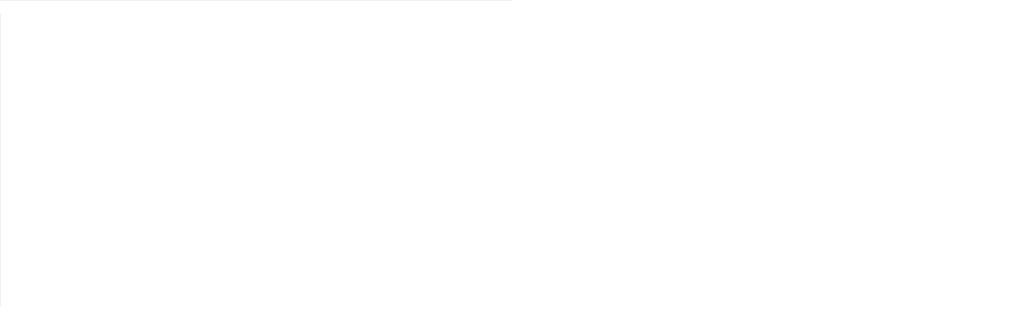
<source format=kicad_pcb>
(kicad_pcb (version 20171130) (host pcbnew "(5.1.4)-1")

  (general
    (thickness 1.6)
    (drawings 555)
    (tracks 0)
    (zones 0)
    (modules 0)
    (nets 1)
  )

  (page A2)
  (layers
    (0 F.Cu signal hide)
    (31 B.Cu signal hide)
    (32 B.Adhes user hide)
    (33 F.Adhes user hide)
    (34 B.Paste user)
    (35 F.Paste user hide)
    (36 B.SilkS user hide)
    (37 F.SilkS user hide)
    (38 B.Mask user hide)
    (39 F.Mask user hide)
    (40 Dwgs.User user hide)
    (41 Cmts.User user hide)
    (42 Eco1.User user hide)
    (43 Eco2.User user hide)
    (44 Edge.Cuts user)
    (45 Margin user hide)
    (46 B.CrtYd user hide)
    (47 F.CrtYd user)
    (48 B.Fab user hide)
    (49 F.Fab user hide)
  )

  (setup
    (last_trace_width 0.25)
    (trace_clearance 0.2)
    (zone_clearance 0.508)
    (zone_45_only no)
    (trace_min 0.2)
    (via_size 0.8)
    (via_drill 0.4)
    (via_min_size 0.4)
    (via_min_drill 0.3)
    (uvia_size 0.3)
    (uvia_drill 0.1)
    (uvias_allowed no)
    (uvia_min_size 0.2)
    (uvia_min_drill 0.1)
    (edge_width 0.1)
    (segment_width 0.2)
    (pcb_text_width 0.3)
    (pcb_text_size 1.5 1.5)
    (mod_edge_width 0.15)
    (mod_text_size 1 1)
    (mod_text_width 0.15)
    (pad_size 1.5 1.5)
    (pad_drill 0.6)
    (pad_to_mask_clearance 0)
    (aux_axis_origin 0 0)
    (visible_elements 7FFFFFFF)
    (pcbplotparams
      (layerselection 0x01000_7ffffffe)
      (usegerberextensions false)
      (usegerberattributes false)
      (usegerberadvancedattributes false)
      (creategerberjobfile false)
      (excludeedgelayer true)
      (linewidth 0.100000)
      (plotframeref false)
      (viasonmask false)
      (mode 1)
      (useauxorigin false)
      (hpglpennumber 1)
      (hpglpenspeed 20)
      (hpglpendiameter 15.000000)
      (psnegative false)
      (psa4output false)
      (plotreference true)
      (plotvalue true)
      (plotinvisibletext false)
      (padsonsilk false)
      (subtractmaskfromsilk false)
      (outputformat 4)
      (mirror false)
      (drillshape 0)
      (scaleselection 1)
      (outputdirectory "C:/Users/Ding/Documents/Keyboard/Plate/"))
  )

  (net 0 "")

  (net_class Default "This is the default net class."
    (clearance 0.2)
    (trace_width 0.25)
    (via_dia 0.8)
    (via_drill 0.4)
    (uvia_dia 0.3)
    (uvia_drill 0.1)
  )

  (gr_line (start 317.2164 116.60248) (end 317.02336 116.84886) (layer F.CrtYd) (width 0.1))
  (gr_line (start 315.51206 23.15588) (end 315.79654 23.28542) (layer F.CrtYd) (width 0.1))
  (gr_line (start 316.57886 23.80866) (end 316.81 24.02202) (layer F.CrtYd) (width 0.1))
  (gr_line (start 315.21742 23.04666) (end 315.51206 23.15588) (layer F.CrtYd) (width 0.1))
  (gr_line (start 317.2164 24.49954) (end 317.39166 24.76116) (layer F.CrtYd) (width 0.1))
  (gr_line (start 315.79654 117.81406) (end 315.51206 117.94868) (layer F.CrtYd) (width 0.1))
  (gr_line (start 316.81 117.08) (end 316.57886 117.29336) (layer F.CrtYd) (width 0.1))
  (gr_line (start 313.98044 118.25094) (end 146.43442 118.25094) (layer F.CrtYd) (width 0.1) (tstamp 5E6201A1))
  (gr_line (start 317.93268 114.87782) (end 317.87172 115.18516) (layer F.CrtYd) (width 0.1))
  (gr_line (start 191.9182 96.52378) (end 191.9182 82.6757) (layer F.CrtYd) (width 0.1))
  (gr_line (start 205.76882 82.6757) (end 205.76882 96.52378) (layer F.CrtYd) (width 0.1))
  (gr_line (start 172.8682 96.52378) (end 172.8682 82.6757) (layer F.CrtYd) (width 0.1))
  (gr_line (start 317.39166 24.76116) (end 317.5466 25.03548) (layer F.CrtYd) (width 0.1))
  (gr_line (start 262.91882 96.52378) (end 249.0682 96.52378) (layer F.CrtYd) (width 0.1))
  (gr_line (start 281.96882 96.52378) (end 268.1182 96.52378) (layer F.CrtYd) (width 0.1))
  (gr_line (start 314.60782 118.20268) (end 314.2954 118.23824) (layer F.CrtYd) (width 0.1))
  (gr_line (start 308.1613 82.6757) (end 308.1613 96.52378) (layer F.CrtYd) (width 0.1))
  (gr_line (start 316.57886 117.29336) (end 316.33248 117.4864) (layer F.CrtYd) (width 0.1))
  (gr_line (start 317.87172 25.91686) (end 317.93268 26.2242) (layer F.CrtYd) (width 0.1))
  (gr_line (start 314.91516 22.9603) (end 315.21742 23.04666) (layer F.CrtYd) (width 0.1))
  (gr_line (start 314.2954 118.23824) (end 313.98044 118.25094) (layer F.CrtYd) (width 0.1))
  (gr_line (start 315.51206 117.94868) (end 315.21742 118.05536) (layer F.CrtYd) (width 0.1))
  (gr_line (start 314.2954 22.86378) (end 314.60782 22.89934) (layer F.CrtYd) (width 0.1))
  (gr_line (start 317.5466 116.06654) (end 317.39166 116.34086) (layer F.CrtYd) (width 0.1))
  (gr_line (start 313.98044 22.85108) (end 314.2954 22.86378) (layer F.CrtYd) (width 0.1))
  (gr_line (start 316.07086 23.44036) (end 316.33248 23.61308) (layer F.CrtYd) (width 0.1))
  (gr_line (start 317.98348 26.85158) (end 317.98348 114.25044) (layer F.CrtYd) (width 0.1))
  (gr_line (start 315.79654 23.28542) (end 316.07086 23.44036) (layer F.CrtYd) (width 0.1))
  (gr_line (start 210.9682 82.6757) (end 224.81882 82.6757) (layer F.CrtYd) (width 0.1))
  (gr_line (start 317.87172 115.18516) (end 317.7879 115.48742) (layer F.CrtYd) (width 0.1))
  (gr_line (start 314.0541 30.2247) (end 314.0541 26.99382) (layer F.CrtYd) (width 0.1))
  (gr_line (start 164.04932 110.87478) (end 165.72318 110.87478) (layer F.CrtYd) (width 0.1))
  (gr_line (start 156.6249 109.07392) (end 157.44786 109.07392) (layer F.CrtYd) (width 0.1))
  (gr_line (start 159.17252 115.34518) (end 159.17252 116.32562) (layer F.CrtYd) (width 0.1))
  (gr_line (start 164.04932 103.19382) (end 162.32466 103.19382) (layer F.CrtYd) (width 0.1))
  (gr_line (start 162.32466 102.27434) (end 159.17252 102.27434) (layer F.CrtYd) (width 0.1))
  (gr_line (start 162.32466 103.19382) (end 162.32466 102.27434) (layer F.CrtYd) (width 0.1))
  (gr_line (start 165.72318 101.7257) (end 165.72318 106.4247) (layer F.CrtYd) (width 0.1))
  (gr_line (start 291.9307 34.67478) (end 291.9307 39.37378) (layer F.CrtYd) (width 0.1))
  (gr_line (start 164.04932 106.4247) (end 164.04932 103.19382) (layer F.CrtYd) (width 0.1))
  (gr_line (start 290.2543 39.14518) (end 290.2543 34.67478) (layer F.CrtYd) (width 0.1))
  (gr_line (start 162.32466 116.32562) (end 162.32466 115.34518) (layer F.CrtYd) (width 0.1))
  (gr_line (start 181.24766 110.87478) (end 181.24766 115.34518) (layer F.CrtYd) (width 0.1))
  (gr_line (start 162.32466 115.34518) (end 164.04932 115.34518) (layer F.CrtYd) (width 0.1))
  (gr_line (start 164.04932 115.34518) (end 164.04932 110.87478) (layer F.CrtYd) (width 0.1))
  (gr_line (start 282.82988 32.87392) (end 283.65538 32.87392) (layer F.CrtYd) (width 0.1))
  (gr_line (start 285.38004 39.14518) (end 285.38004 40.125619) (layer F.CrtYd) (width 0.1))
  (gr_line (start 307.45518 39.14518) (end 309.18238 39.14518) (layer F.CrtYd) (width 0.1))
  (gr_line (start 159.17252 116.32562) (end 162.32466 116.32562) (layer F.CrtYd) (width 0.1))
  (gr_line (start 156.6249 106.4247) (end 156.6249 109.07392) (layer F.CrtYd) (width 0.1))
  (gr_line (start 288.52964 39.14518) (end 290.2543 39.14518) (layer F.CrtYd) (width 0.1))
  (gr_line (start 314.88214 32.87392) (end 314.88214 30.2247) (layer F.CrtYd) (width 0.1))
  (gr_line (start 181.95632 39.37378) (end 168.1057 39.37378) (layer F.CrtYd) (width 0.1))
  (gr_line (start 282.82988 30.2247) (end 282.82988 32.87392) (layer F.CrtYd) (width 0.1))
  (gr_line (start 159.17252 103.19382) (end 157.44786 103.19382) (layer F.CrtYd) (width 0.1))
  (gr_line (start 181.95632 25.5257) (end 181.95632 39.37378) (layer F.CrtYd) (width 0.1))
  (gr_line (start 283.65538 39.14518) (end 285.38004 39.14518) (layer F.CrtYd) (width 0.1))
  (gr_line (start 277.206319 25.5257) (end 277.206319 39.37378) (layer F.CrtYd) (width 0.1))
  (gr_line (start 285.38004 40.125619) (end 288.52964 40.125619) (layer F.CrtYd) (width 0.1))
  (gr_line (start 239.10632 25.5257) (end 239.10632 39.37378) (layer F.CrtYd) (width 0.1))
  (gr_line (start 309.18238 26.99382) (end 307.45518 26.99382) (layer F.CrtYd) (width 0.1))
  (gr_line (start 307.45518 26.99382) (end 307.45518 30.2247) (layer F.CrtYd) (width 0.1))
  (gr_line (start 179.5738 115.57378) (end 179.5738 110.87478) (layer F.CrtYd) (width 0.1))
  (gr_line (start 191.48132 58.42378) (end 177.6307 58.42378) (layer F.CrtYd) (width 0.1))
  (gr_line (start 312.32944 40.125619) (end 312.32944 39.14518) (layer F.CrtYd) (width 0.1))
  (gr_line (start 220.05632 39.37378) (end 206.2057 39.37378) (layer F.CrtYd) (width 0.1))
  (gr_line (start 314.0541 26.99382) (end 312.32944 26.99382) (layer F.CrtYd) (width 0.1))
  (gr_line (start 312.32944 26.07434) (end 309.18238 26.07434) (layer F.CrtYd) (width 0.1))
  (gr_line (start 283.65538 32.87392) (end 283.65538 39.14518) (layer F.CrtYd) (width 0.1))
  (gr_line (start 244.3057 25.5257) (end 258.15632 25.5257) (layer F.CrtYd) (width 0.1))
  (gr_line (start 220.05632 25.5257) (end 220.05632 39.37378) (layer F.CrtYd) (width 0.1))
  (gr_line (start 285.38004 26.99382) (end 283.65538 26.99382) (layer F.CrtYd) (width 0.1))
  (gr_line (start 305.78132 25.5257) (end 291.9307 25.5257) (layer F.CrtYd) (width 0.1))
  (gr_line (start 248.63132 44.5757) (end 248.63132 58.42378) (layer F.CrtYd) (width 0.1))
  (gr_line (start 165.72318 106.4247) (end 164.04932 106.4247) (layer F.CrtYd) (width 0.1))
  (gr_line (start 168.1057 25.5257) (end 181.95632 25.5257) (layer F.CrtYd) (width 0.1))
  (gr_line (start 317.96824 114.5654) (end 317.93268 114.87782) (layer F.CrtYd) (width 0.1))
  (gr_line (start 317.93268 26.2242) (end 317.96824 26.53662) (layer F.CrtYd) (width 0.1))
  (gr_line (start 317.98348 114.25044) (end 317.96824 114.5654) (layer F.CrtYd) (width 0.1))
  (gr_line (start 316.81 24.02202) (end 317.02336 24.25316) (layer F.CrtYd) (width 0.1))
  (gr_line (start 165.48442 22.85108) (end 313.98044 22.85108) (layer F.CrtYd) (width 0.1))
  (gr_line (start 317.02336 24.25316) (end 317.2164 24.49954) (layer F.CrtYd) (width 0.1))
  (gr_line (start 317.7879 25.6146) (end 317.87172 25.91686) (layer F.CrtYd) (width 0.1))
  (gr_line (start 315.21742 118.05536) (end 314.91516 118.14172) (layer F.CrtYd) (width 0.1))
  (gr_line (start 314.91516 118.14172) (end 314.60782 118.20268) (layer F.CrtYd) (width 0.1))
  (gr_line (start 317.5466 25.03548) (end 317.67868 25.31996) (layer F.CrtYd) (width 0.1))
  (gr_line (start 314.60782 22.89934) (end 314.91516 22.9603) (layer F.CrtYd) (width 0.1))
  (gr_line (start 317.39166 116.34086) (end 317.2164 116.60248) (layer F.CrtYd) (width 0.1))
  (gr_line (start 317.96824 26.53662) (end 317.98348 26.85158) (layer F.CrtYd) (width 0.1))
  (gr_line (start 317.67868 115.78206) (end 317.5466 116.06654) (layer F.CrtYd) (width 0.1))
  (gr_line (start 317.7879 115.48742) (end 317.67868 115.78206) (layer F.CrtYd) (width 0.1))
  (gr_line (start 301.01882 115.57378) (end 287.1682 115.57378) (layer F.CrtYd) (width 0.1))
  (gr_line (start 187.84912 103.19382) (end 186.12446 103.19382) (layer F.CrtYd) (width 0.1))
  (gr_line (start 317.02336 116.84886) (end 316.81 117.08) (layer F.CrtYd) (width 0.1))
  (gr_line (start 217.6738 101.7257) (end 217.6738 115.57378) (layer F.CrtYd) (width 0.1))
  (gr_line (start 301.01882 101.7257) (end 301.01882 115.57378) (layer F.CrtYd) (width 0.1))
  (gr_line (start 316.33248 117.4864) (end 316.07086 117.66166) (layer F.CrtYd) (width 0.1))
  (gr_line (start 317.67868 25.31996) (end 317.7879 25.6146) (layer F.CrtYd) (width 0.1))
  (gr_line (start 227.63822 101.7257) (end 241.4863 101.7257) (layer F.CrtYd) (width 0.1))
  (gr_line (start 217.6738 115.57378) (end 203.82318 115.57378) (layer F.CrtYd) (width 0.1))
  (gr_line (start 262.91882 115.57378) (end 249.0682 115.57378) (layer F.CrtYd) (width 0.1))
  (gr_line (start 241.4863 115.57378) (end 227.63822 115.57378) (layer F.CrtYd) (width 0.1))
  (gr_line (start 249.0682 115.57378) (end 249.0682 101.7257) (layer F.CrtYd) (width 0.1))
  (gr_line (start 227.63822 115.57378) (end 227.63822 101.7257) (layer F.CrtYd) (width 0.1))
  (gr_line (start 287.1682 101.7257) (end 301.01882 101.7257) (layer F.CrtYd) (width 0.1))
  (gr_line (start 268.1182 101.7257) (end 281.96882 101.7257) (layer F.CrtYd) (width 0.1))
  (gr_line (start 203.82318 115.57378) (end 203.82318 101.7257) (layer F.CrtYd) (width 0.1))
  (gr_line (start 241.4863 101.7257) (end 241.4863 115.57378) (layer F.CrtYd) (width 0.1))
  (gr_line (start 203.82318 101.7257) (end 217.6738 101.7257) (layer F.CrtYd) (width 0.1))
  (gr_line (start 287.1682 115.57378) (end 287.1682 101.7257) (layer F.CrtYd) (width 0.1))
  (gr_line (start 316.33248 23.61308) (end 316.57886 23.80866) (layer F.CrtYd) (width 0.1))
  (gr_line (start 316.07086 117.66166) (end 315.79654 117.81406) (layer F.CrtYd) (width 0.1))
  (gr_line (start 165.72318 115.57378) (end 179.5738 115.57378) (layer F.CrtYd) (width 0.1))
  (gr_line (start 224.81882 96.52378) (end 210.9682 96.52378) (layer F.CrtYd) (width 0.1))
  (gr_line (start 187.84912 109.07392) (end 188.67208 109.07392) (layer F.CrtYd) (width 0.1))
  (gr_line (start 268.1182 115.57378) (end 268.1182 101.7257) (layer F.CrtYd) (width 0.1))
  (gr_line (start 167.66882 82.6757) (end 167.66882 96.52378) (layer F.CrtYd) (width 0.1))
  (gr_line (start 294.31322 82.6757) (end 308.1613 82.6757) (layer F.CrtYd) (width 0.1))
  (gr_line (start 187.84912 115.34518) (end 187.84912 109.07392) (layer F.CrtYd) (width 0.1))
  (gr_line (start 186.71882 96.52378) (end 172.8682 96.52378) (layer F.CrtYd) (width 0.1))
  (gr_line (start 281.96882 101.7257) (end 281.96882 115.57378) (layer F.CrtYd) (width 0.1))
  (gr_line (start 262.91882 101.7257) (end 262.91882 115.57378) (layer F.CrtYd) (width 0.1))
  (gr_line (start 243.86882 82.6757) (end 243.86882 96.52378) (layer F.CrtYd) (width 0.1))
  (gr_line (start 268.1182 96.52378) (end 268.1182 82.6757) (layer F.CrtYd) (width 0.1))
  (gr_line (start 191.9182 82.6757) (end 205.76882 82.6757) (layer F.CrtYd) (width 0.1))
  (gr_line (start 230.0182 96.52378) (end 230.0182 82.6757) (layer F.CrtYd) (width 0.1))
  (gr_line (start 182.97232 102.27434) (end 182.97232 103.19382) (layer F.CrtYd) (width 0.1))
  (gr_line (start 186.12446 103.19382) (end 186.12446 102.27434) (layer F.CrtYd) (width 0.1))
  (gr_line (start 186.71882 82.6757) (end 186.71882 96.52378) (layer F.CrtYd) (width 0.1))
  (gr_line (start 181.24766 106.4247) (end 179.5738 106.4247) (layer F.CrtYd) (width 0.1))
  (gr_line (start 294.31322 96.52378) (end 294.31322 82.6757) (layer F.CrtYd) (width 0.1))
  (gr_line (start 167.66882 96.52378) (end 153.8182 96.52378) (layer F.CrtYd) (width 0.1))
  (gr_line (start 205.76882 96.52378) (end 191.9182 96.52378) (layer F.CrtYd) (width 0.1))
  (gr_line (start 224.81882 82.6757) (end 224.81882 96.52378) (layer F.CrtYd) (width 0.1))
  (gr_line (start 157.44786 109.07392) (end 157.44786 115.34518) (layer F.CrtYd) (width 0.1))
  (gr_line (start 157.44786 103.19382) (end 157.44786 106.4247) (layer F.CrtYd) (width 0.1))
  (gr_line (start 186.12446 116.32562) (end 186.12446 115.34518) (layer F.CrtYd) (width 0.1))
  (gr_line (start 182.97232 116.32562) (end 186.12446 116.32562) (layer F.CrtYd) (width 0.1))
  (gr_line (start 182.97232 115.34518) (end 182.97232 116.32562) (layer F.CrtYd) (width 0.1))
  (gr_line (start 181.24766 103.19382) (end 181.24766 106.4247) (layer F.CrtYd) (width 0.1))
  (gr_line (start 307.45518 34.67478) (end 307.45518 39.14518) (layer F.CrtYd) (width 0.1))
  (gr_line (start 159.17252 102.27434) (end 159.17252 103.19382) (layer F.CrtYd) (width 0.1))
  (gr_line (start 263.3557 39.37378) (end 263.3557 25.5257) (layer F.CrtYd) (width 0.1))
  (gr_line (start 281.96882 115.57378) (end 268.1182 115.57378) (layer F.CrtYd) (width 0.1))
  (gr_line (start 179.5738 110.87478) (end 181.24766 110.87478) (layer F.CrtYd) (width 0.1))
  (gr_line (start 188.67208 109.07392) (end 188.67208 106.4247) (layer F.CrtYd) (width 0.1))
  (gr_line (start 157.44786 115.34518) (end 159.17252 115.34518) (layer F.CrtYd) (width 0.1))
  (gr_line (start 165.72318 110.87478) (end 165.72318 115.57378) (layer F.CrtYd) (width 0.1))
  (gr_line (start 186.12446 115.34518) (end 187.84912 115.34518) (layer F.CrtYd) (width 0.1))
  (gr_line (start 187.84912 106.4247) (end 187.84912 103.19382) (layer F.CrtYd) (width 0.1))
  (gr_line (start 181.24766 115.34518) (end 182.97232 115.34518) (layer F.CrtYd) (width 0.1))
  (gr_line (start 188.67208 106.4247) (end 187.84912 106.4247) (layer F.CrtYd) (width 0.1))
  (gr_line (start 182.97232 103.19382) (end 181.24766 103.19382) (layer F.CrtYd) (width 0.1))
  (gr_line (start 179.5738 106.4247) (end 179.5738 101.7257) (layer F.CrtYd) (width 0.1))
  (gr_line (start 179.5738 101.7257) (end 165.72318 101.7257) (layer F.CrtYd) (width 0.1))
  (gr_line (start 249.0682 101.7257) (end 262.91882 101.7257) (layer F.CrtYd) (width 0.1))
  (gr_line (start 186.12446 102.27434) (end 182.97232 102.27434) (layer F.CrtYd) (width 0.1))
  (gr_line (start 157.44786 106.4247) (end 156.6249 106.4247) (layer F.CrtYd) (width 0.1))
  (gr_line (start 263.3557 25.5257) (end 277.206319 25.5257) (layer F.CrtYd) (width 0.1))
  (gr_line (start 305.78132 34.67478) (end 307.45518 34.67478) (layer F.CrtYd) (width 0.1))
  (gr_line (start 225.2557 39.37378) (end 225.2557 25.5257) (layer F.CrtYd) (width 0.1))
  (gr_line (start 283.65538 30.2247) (end 282.82988 30.2247) (layer F.CrtYd) (width 0.1))
  (gr_line (start 196.24382 77.47378) (end 182.3932 77.47378) (layer F.CrtYd) (width 0.1))
  (gr_line (start 234.34382 63.6257) (end 234.34382 77.47378) (layer F.CrtYd) (width 0.1))
  (gr_line (start 288.52964 26.99382) (end 288.52964 26.07434) (layer F.CrtYd) (width 0.1))
  (gr_line (start 201.00632 25.5257) (end 201.00632 39.37378) (layer F.CrtYd) (width 0.1))
  (gr_line (start 206.2057 25.5257) (end 220.05632 25.5257) (layer F.CrtYd) (width 0.1))
  (gr_line (start 277.206319 39.37378) (end 263.3557 39.37378) (layer F.CrtYd) (width 0.1))
  (gr_line (start 215.7307 58.42378) (end 215.7307 44.5757) (layer F.CrtYd) (width 0.1))
  (gr_line (start 291.9307 30.2247) (end 290.2543 30.2247) (layer F.CrtYd) (width 0.1))
  (gr_line (start 253.8307 44.5757) (end 267.68132 44.5757) (layer F.CrtYd) (width 0.1))
  (gr_line (start 312.32944 26.99382) (end 312.32944 26.07434) (layer F.CrtYd) (width 0.1))
  (gr_line (start 305.78132 39.37378) (end 305.78132 34.67478) (layer F.CrtYd) (width 0.1))
  (gr_line (start 206.2057 39.37378) (end 206.2057 25.5257) (layer F.CrtYd) (width 0.1))
  (gr_line (start 258.15632 39.37378) (end 244.3057 39.37378) (layer F.CrtYd) (width 0.1))
  (gr_line (start 196.6807 44.5757) (end 210.53132 44.5757) (layer F.CrtYd) (width 0.1))
  (gr_line (start 177.6307 44.5757) (end 191.48132 44.5757) (layer F.CrtYd) (width 0.1))
  (gr_line (start 267.68132 44.5757) (end 267.68132 58.42378) (layer F.CrtYd) (width 0.1))
  (gr_line (start 286.73132 44.5757) (end 286.73132 58.42378) (layer F.CrtYd) (width 0.1))
  (gr_line (start 290.2543 34.67478) (end 291.9307 34.67478) (layer F.CrtYd) (width 0.1))
  (gr_line (start 288.52964 40.125619) (end 288.52964 39.14518) (layer F.CrtYd) (width 0.1))
  (gr_line (start 239.10632 39.37378) (end 225.2557 39.37378) (layer F.CrtYd) (width 0.1))
  (gr_line (start 312.32944 39.14518) (end 314.0541 39.14518) (layer F.CrtYd) (width 0.1))
  (gr_line (start 258.15632 25.5257) (end 258.15632 39.37378) (layer F.CrtYd) (width 0.1))
  (gr_line (start 283.65538 26.99382) (end 283.65538 30.2247) (layer F.CrtYd) (width 0.1))
  (gr_line (start 229.58132 44.5757) (end 229.58132 58.42378) (layer F.CrtYd) (width 0.1))
  (gr_line (start 267.68132 58.42378) (end 253.8307 58.42378) (layer F.CrtYd) (width 0.1))
  (gr_line (start 307.45518 30.2247) (end 305.78132 30.2247) (layer F.CrtYd) (width 0.1))
  (gr_line (start 225.2557 25.5257) (end 239.10632 25.5257) (layer F.CrtYd) (width 0.1))
  (gr_line (start 187.1557 25.5257) (end 201.00632 25.5257) (layer F.CrtYd) (width 0.1))
  (gr_line (start 309.18238 26.07434) (end 309.18238 26.99382) (layer F.CrtYd) (width 0.1))
  (gr_line (start 201.00632 39.37378) (end 187.1557 39.37378) (layer F.CrtYd) (width 0.1))
  (gr_line (start 244.3057 39.37378) (end 244.3057 25.5257) (layer F.CrtYd) (width 0.1))
  (gr_line (start 291.9307 39.37378) (end 305.78132 39.37378) (layer F.CrtYd) (width 0.1))
  (gr_line (start 314.88214 30.2247) (end 314.0541 30.2247) (layer F.CrtYd) (width 0.1))
  (gr_line (start 158.5807 44.5757) (end 172.43132 44.5757) (layer F.CrtYd) (width 0.1))
  (gr_line (start 290.2543 30.2247) (end 290.2543 26.99382) (layer F.CrtYd) (width 0.1))
  (gr_line (start 314.0541 39.14518) (end 314.0541 32.87392) (layer F.CrtYd) (width 0.1))
  (gr_line (start 187.1557 39.37378) (end 187.1557 25.5257) (layer F.CrtYd) (width 0.1))
  (gr_line (start 314.0541 32.87392) (end 314.88214 32.87392) (layer F.CrtYd) (width 0.1))
  (gr_line (start 309.18238 40.125619) (end 312.32944 40.125619) (layer F.CrtYd) (width 0.1))
  (gr_line (start 309.18238 39.14518) (end 309.18238 40.125619) (layer F.CrtYd) (width 0.1))
  (gr_line (start 168.1057 39.37378) (end 168.1057 25.5257) (layer F.CrtYd) (width 0.1))
  (gr_line (start 305.78132 30.2247) (end 305.78132 25.5257) (layer F.CrtYd) (width 0.1))
  (gr_line (start 303.3988 77.47378) (end 303.3988 72.77478) (layer F.CrtYd) (width 0.1))
  (gr_line (start 290.2543 26.99382) (end 288.52964 26.99382) (layer F.CrtYd) (width 0.1))
  (gr_line (start 288.52964 26.07434) (end 285.38004 26.07434) (layer F.CrtYd) (width 0.1))
  (gr_line (start 305.07266 77.24518) (end 306.79732 77.24518) (layer F.CrtYd) (width 0.1))
  (gr_line (start 305.07266 72.77478) (end 305.07266 77.24518) (layer F.CrtYd) (width 0.1))
  (gr_line (start 296.6932 58.42378) (end 296.6932 44.5757) (layer F.CrtYd) (width 0.1))
  (gr_line (start 281.27286 77.24518) (end 282.99752 77.24518) (layer F.CrtYd) (width 0.1))
  (gr_line (start 287.87432 68.3247) (end 287.87432 65.09382) (layer F.CrtYd) (width 0.1))
  (gr_line (start 306.79732 65.09382) (end 305.07266 65.09382) (layer F.CrtYd) (width 0.1))
  (gr_line (start 272.44382 77.47378) (end 258.5932 77.47378) (layer F.CrtYd) (width 0.1))
  (gr_line (start 303.3988 72.77478) (end 305.07266 72.77478) (layer F.CrtYd) (width 0.1))
  (gr_line (start 253.8307 58.42378) (end 253.8307 44.5757) (layer F.CrtYd) (width 0.1))
  (gr_line (start 234.7807 44.5757) (end 248.63132 44.5757) (layer F.CrtYd) (width 0.1))
  (gr_line (start 182.3932 77.47378) (end 182.3932 63.6257) (layer F.CrtYd) (width 0.1))
  (gr_line (start 229.58132 58.42378) (end 215.7307 58.42378) (layer F.CrtYd) (width 0.1))
  (gr_line (start 239.5432 63.6257) (end 253.39382 63.6257) (layer F.CrtYd) (width 0.1))
  (gr_line (start 234.7807 58.42378) (end 234.7807 44.5757) (layer F.CrtYd) (width 0.1))
  (gr_line (start 303.3988 63.6257) (end 289.54818 63.6257) (layer F.CrtYd) (width 0.1))
  (gr_line (start 258.5932 63.6257) (end 272.44382 63.6257) (layer F.CrtYd) (width 0.1))
  (gr_line (start 310.54382 58.42378) (end 296.6932 58.42378) (layer F.CrtYd) (width 0.1))
  (gr_line (start 196.6807 58.42378) (end 196.6807 44.5757) (layer F.CrtYd) (width 0.1))
  (gr_line (start 305.07266 68.3247) (end 303.3988 68.3247) (layer F.CrtYd) (width 0.1))
  (gr_line (start 253.39382 63.6257) (end 253.39382 77.47378) (layer F.CrtYd) (width 0.1))
  (gr_line (start 272.8807 44.5757) (end 286.73132 44.5757) (layer F.CrtYd) (width 0.1))
  (gr_line (start 309.94946 65.09382) (end 309.94946 64.17434) (layer F.CrtYd) (width 0.1))
  (gr_line (start 158.5807 58.42378) (end 158.5807 44.5757) (layer F.CrtYd) (width 0.1))
  (gr_line (start 285.38004 26.07434) (end 285.38004 26.99382) (layer F.CrtYd) (width 0.1))
  (gr_line (start 215.29382 63.6257) (end 215.29382 77.47378) (layer F.CrtYd) (width 0.1))
  (gr_line (start 286.14966 64.17434) (end 282.99752 64.17434) (layer F.CrtYd) (width 0.1))
  (gr_line (start 291.9307 25.5257) (end 291.9307 30.2247) (layer F.CrtYd) (width 0.1))
  (gr_line (start 172.43132 58.42378) (end 158.5807 58.42378) (layer F.CrtYd) (width 0.1))
  (gr_line (start 191.48132 44.5757) (end 191.48132 58.42378) (layer F.CrtYd) (width 0.1))
  (gr_line (start 303.3988 68.3247) (end 303.3988 63.6257) (layer F.CrtYd) (width 0.1))
  (gr_line (start 272.8807 58.42378) (end 272.8807 44.5757) (layer F.CrtYd) (width 0.1))
  (gr_line (start 177.6307 58.42378) (end 177.6307 44.5757) (layer F.CrtYd) (width 0.1))
  (gr_line (start 210.53132 58.42378) (end 196.6807 58.42378) (layer F.CrtYd) (width 0.1))
  (gr_line (start 248.63132 58.42378) (end 234.7807 58.42378) (layer F.CrtYd) (width 0.1))
  (gr_line (start 210.53132 44.5757) (end 210.53132 58.42378) (layer F.CrtYd) (width 0.1))
  (gr_line (start 182.3932 63.6257) (end 196.24382 63.6257) (layer F.CrtYd) (width 0.1))
  (gr_line (start 215.7307 44.5757) (end 229.58132 44.5757) (layer F.CrtYd) (width 0.1))
  (gr_line (start 286.73132 58.42378) (end 272.8807 58.42378) (layer F.CrtYd) (width 0.1))
  (gr_line (start 172.43132 44.5757) (end 172.43132 58.42378) (layer F.CrtYd) (width 0.1))
  (gr_line (start 196.24382 63.6257) (end 196.24382 77.47378) (layer F.CrtYd) (width 0.1))
  (gr_line (start 215.29382 77.47378) (end 201.4432 77.47378) (layer F.CrtYd) (width 0.1))
  (gr_line (start 201.4432 63.6257) (end 215.29382 63.6257) (layer F.CrtYd) (width 0.1))
  (gr_line (start 177.19382 77.47378) (end 163.3432 77.47378) (layer F.CrtYd) (width 0.1))
  (gr_line (start 281.27286 68.3247) (end 280.4499 68.3247) (layer F.CrtYd) (width 0.1))
  (gr_line (start 272.44382 63.6257) (end 272.44382 77.47378) (layer F.CrtYd) (width 0.1))
  (gr_line (start 306.79732 64.17434) (end 306.79732 65.09382) (layer F.CrtYd) (width 0.1))
  (gr_line (start 296.6932 44.5757) (end 310.54382 44.5757) (layer F.CrtYd) (width 0.1))
  (gr_line (start 234.34382 77.47378) (end 220.4932 77.47378) (layer F.CrtYd) (width 0.1))
  (gr_line (start 289.54818 68.3247) (end 287.87432 68.3247) (layer F.CrtYd) (width 0.1))
  (gr_line (start 258.5932 77.47378) (end 258.5932 63.6257) (layer F.CrtYd) (width 0.1))
  (gr_line (start 312.49708 70.97392) (end 312.49708 68.3247) (layer F.CrtYd) (width 0.1))
  (gr_line (start 177.19382 63.6257) (end 177.19382 77.47378) (layer F.CrtYd) (width 0.1))
  (gr_line (start 311.67412 68.3247) (end 311.67412 65.09382) (layer F.CrtYd) (width 0.1))
  (gr_line (start 210.9682 96.52378) (end 210.9682 82.6757) (layer F.CrtYd) (width 0.1))
  (gr_line (start 163.3432 77.47378) (end 163.3432 63.6257) (layer F.CrtYd) (width 0.1))
  (gr_line (start 311.67412 70.97392) (end 312.49708 70.97392) (layer F.CrtYd) (width 0.1))
  (gr_line (start 243.86882 96.52378) (end 230.0182 96.52378) (layer F.CrtYd) (width 0.1))
  (gr_line (start 309.94946 78.22562) (end 309.94946 77.24518) (layer F.CrtYd) (width 0.1))
  (gr_line (start 249.0682 82.6757) (end 262.91882 82.6757) (layer F.CrtYd) (width 0.1))
  (gr_line (start 312.49708 68.3247) (end 311.67412 68.3247) (layer F.CrtYd) (width 0.1))
  (gr_line (start 309.94946 77.24518) (end 311.67412 77.24518) (layer F.CrtYd) (width 0.1))
  (gr_line (start 282.99752 78.22562) (end 286.14966 78.22562) (layer F.CrtYd) (width 0.1))
  (gr_line (start 282.99752 64.17434) (end 282.99752 65.09382) (layer F.CrtYd) (width 0.1))
  (gr_line (start 163.3432 63.6257) (end 177.19382 63.6257) (layer F.CrtYd) (width 0.1))
  (gr_line (start 311.67412 77.24518) (end 311.67412 70.97392) (layer F.CrtYd) (width 0.1))
  (gr_line (start 286.14966 78.22562) (end 286.14966 77.24518) (layer F.CrtYd) (width 0.1))
  (gr_line (start 268.1182 82.6757) (end 281.96882 82.6757) (layer F.CrtYd) (width 0.1))
  (gr_line (start 287.87432 72.77478) (end 289.54818 72.77478) (layer F.CrtYd) (width 0.1))
  (gr_line (start 310.54382 44.5757) (end 310.54382 58.42378) (layer F.CrtYd) (width 0.1))
  (gr_line (start 311.67412 65.09382) (end 309.94946 65.09382) (layer F.CrtYd) (width 0.1))
  (gr_line (start 306.79732 78.22562) (end 309.94946 78.22562) (layer F.CrtYd) (width 0.1))
  (gr_line (start 281.96882 82.6757) (end 281.96882 96.52378) (layer F.CrtYd) (width 0.1))
  (gr_line (start 289.54818 72.77478) (end 289.54818 77.47378) (layer F.CrtYd) (width 0.1))
  (gr_line (start 172.8682 82.6757) (end 186.71882 82.6757) (layer F.CrtYd) (width 0.1))
  (gr_line (start 306.79732 77.24518) (end 306.79732 78.22562) (layer F.CrtYd) (width 0.1))
  (gr_line (start 280.4499 70.97392) (end 281.27286 70.97392) (layer F.CrtYd) (width 0.1))
  (gr_line (start 287.87432 77.24518) (end 287.87432 72.77478) (layer F.CrtYd) (width 0.1))
  (gr_line (start 287.87432 65.09382) (end 286.14966 65.09382) (layer F.CrtYd) (width 0.1))
  (gr_line (start 289.54818 63.6257) (end 289.54818 68.3247) (layer F.CrtYd) (width 0.1))
  (gr_line (start 253.39382 77.47378) (end 239.5432 77.47378) (layer F.CrtYd) (width 0.1))
  (gr_line (start 201.4432 77.47378) (end 201.4432 63.6257) (layer F.CrtYd) (width 0.1))
  (gr_line (start 220.4932 63.6257) (end 234.34382 63.6257) (layer F.CrtYd) (width 0.1))
  (gr_line (start 282.99752 65.09382) (end 281.27286 65.09382) (layer F.CrtYd) (width 0.1))
  (gr_line (start 220.4932 77.47378) (end 220.4932 63.6257) (layer F.CrtYd) (width 0.1))
  (gr_line (start 282.99752 77.24518) (end 282.99752 78.22562) (layer F.CrtYd) (width 0.1))
  (gr_line (start 286.14966 65.09382) (end 286.14966 64.17434) (layer F.CrtYd) (width 0.1))
  (gr_line (start 305.07266 65.09382) (end 305.07266 68.3247) (layer F.CrtYd) (width 0.1))
  (gr_line (start 239.5432 77.47378) (end 239.5432 63.6257) (layer F.CrtYd) (width 0.1))
  (gr_line (start 309.94946 64.17434) (end 306.79732 64.17434) (layer F.CrtYd) (width 0.1))
  (gr_line (start 280.4499 68.3247) (end 280.4499 70.97392) (layer F.CrtYd) (width 0.1))
  (gr_line (start 249.0682 96.52378) (end 249.0682 82.6757) (layer F.CrtYd) (width 0.1))
  (gr_line (start 230.0182 82.6757) (end 243.86882 82.6757) (layer F.CrtYd) (width 0.1))
  (gr_line (start 281.27286 70.97392) (end 281.27286 77.24518) (layer F.CrtYd) (width 0.1))
  (gr_line (start 289.54818 77.47378) (end 303.3988 77.47378) (layer F.CrtYd) (width 0.1))
  (gr_line (start 281.27286 65.09382) (end 281.27286 68.3247) (layer F.CrtYd) (width 0.1))
  (gr_line (start 153.8182 96.52378) (end 153.8182 82.6757) (layer F.CrtYd) (width 0.1))
  (gr_line (start 262.91882 82.6757) (end 262.91882 96.52378) (layer F.CrtYd) (width 0.1))
  (gr_line (start 153.8182 82.6757) (end 167.66882 82.6757) (layer F.CrtYd) (width 0.1))
  (gr_line (start 308.1613 96.52378) (end 294.31322 96.52378) (layer F.CrtYd) (width 0.1))
  (gr_line (start 286.14966 77.24518) (end 287.87432 77.24518) (layer F.CrtYd) (width 0.1))
  (gr_line (start 13.03108 22.85108) (end 165.48442 22.85108) (layer Edge.Cuts) (width 0.1) (tstamp 5E6201C5))
  (gr_line (start 15.7057 82.6757) (end 29.55632 82.6757) (layer F.CrtYd) (width 0.1))
  (gr_line (start 68.78662 90.02392) (end 69.61212 90.02392) (layer F.CrtYd) (width 0.1))
  (gr_line (start 110.51882 82.6757) (end 110.51882 96.52378) (layer F.CrtYd) (width 0.1))
  (gr_line (start 67.06196 96.29518) (end 68.78662 96.29518) (layer F.CrtYd) (width 0.1))
  (gr_line (start 62.1877 87.3747) (end 60.5113 87.3747) (layer F.CrtYd) (width 0.1))
  (gr_line (start 60.5113 82.6757) (end 46.66322 82.6757) (layer F.CrtYd) (width 0.1))
  (gr_line (start 148.61882 96.52378) (end 134.7682 96.52378) (layer F.CrtYd) (width 0.1))
  (gr_line (start 29.55632 82.6757) (end 29.55632 96.52378) (layer F.CrtYd) (width 0.1))
  (gr_line (start 67.06196 84.14382) (end 67.06196 83.22434) (layer F.CrtYd) (width 0.1))
  (gr_line (start 29.55632 96.52378) (end 15.7057 96.52378) (layer F.CrtYd) (width 0.1))
  (gr_line (start 15.7057 96.52378) (end 15.7057 82.6757) (layer F.CrtYd) (width 0.1))
  (gr_line (start 96.6682 82.6757) (end 110.51882 82.6757) (layer F.CrtYd) (width 0.1))
  (gr_line (start 63.91236 84.14382) (end 62.1877 84.14382) (layer F.CrtYd) (width 0.1))
  (gr_line (start 69.61212 90.02392) (end 69.61212 87.3747) (layer F.CrtYd) (width 0.1))
  (gr_line (start 134.7682 82.6757) (end 148.61882 82.6757) (layer F.CrtYd) (width 0.1))
  (gr_line (start 134.7682 96.52378) (end 134.7682 82.6757) (layer F.CrtYd) (width 0.1))
  (gr_line (start 96.6682 96.52378) (end 96.6682 82.6757) (layer F.CrtYd) (width 0.1))
  (gr_line (start 77.618199 82.6757) (end 91.46882 82.6757) (layer F.CrtYd) (width 0.1))
  (gr_line (start 91.46882 82.6757) (end 91.46882 96.52378) (layer F.CrtYd) (width 0.1))
  (gr_line (start 91.46882 96.52378) (end 77.618199 96.52378) (layer F.CrtYd) (width 0.1))
  (gr_line (start 77.618199 96.52378) (end 77.618199 82.6757) (layer F.CrtYd) (width 0.1))
  (gr_line (start 81.94382 77.47378) (end 68.0932 77.47378) (layer F.CrtYd) (width 0.1))
  (gr_line (start 55.7488 77.47378) (end 41.89818 77.47378) (layer F.CrtYd) (width 0.1))
  (gr_line (start 158.14382 63.6257) (end 158.14382 77.47378) (layer F.CrtYd) (width 0.1))
  (gr_line (start 125.2432 77.47378) (end 125.2432 63.6257) (layer F.CrtYd) (width 0.1))
  (gr_line (start 55.7488 63.6257) (end 55.7488 77.47378) (layer F.CrtYd) (width 0.1))
  (gr_line (start 120.04382 63.6257) (end 120.04382 77.47378) (layer F.CrtYd) (width 0.1))
  (gr_line (start 100.99382 63.6257) (end 100.99382 77.47378) (layer F.CrtYd) (width 0.1))
  (gr_line (start 144.293199 77.47378) (end 144.293199 63.6257) (layer F.CrtYd) (width 0.1))
  (gr_line (start 139.09382 77.47378) (end 125.2432 77.47378) (layer F.CrtYd) (width 0.1))
  (gr_line (start 139.09382 63.6257) (end 139.09382 77.47378) (layer F.CrtYd) (width 0.1))
  (gr_line (start 106.1932 63.6257) (end 120.04382 63.6257) (layer F.CrtYd) (width 0.1))
  (gr_line (start 15.7057 63.6257) (end 29.55632 63.6257) (layer F.CrtYd) (width 0.1))
  (gr_line (start 158.14382 77.47378) (end 144.293199 77.47378) (layer F.CrtYd) (width 0.1))
  (gr_line (start 68.0932 77.47378) (end 68.0932 63.6257) (layer F.CrtYd) (width 0.1))
  (gr_line (start 144.293199 63.6257) (end 158.14382 63.6257) (layer F.CrtYd) (width 0.1))
  (gr_line (start 106.1932 77.47378) (end 106.1932 63.6257) (layer F.CrtYd) (width 0.1))
  (gr_line (start 120.04382 77.47378) (end 106.1932 77.47378) (layer F.CrtYd) (width 0.1))
  (gr_line (start 125.2432 63.6257) (end 139.09382 63.6257) (layer F.CrtYd) (width 0.1))
  (gr_line (start 81.94382 63.6257) (end 81.94382 77.47378) (layer F.CrtYd) (width 0.1))
  (gr_line (start 153.38132 44.5757) (end 153.38132 58.42378) (layer F.CrtYd) (width 0.1))
  (gr_line (start 41.89818 63.6257) (end 55.7488 63.6257) (layer F.CrtYd) (width 0.1))
  (gr_line (start 115.28132 44.5757) (end 115.28132 58.42378) (layer F.CrtYd) (width 0.1))
  (gr_line (start 96.23132 58.42378) (end 82.3807 58.42378) (layer F.CrtYd) (width 0.1))
  (gr_line (start 29.55632 44.5757) (end 29.55632 58.42378) (layer F.CrtYd) (width 0.1))
  (gr_line (start 87.1432 63.6257) (end 100.99382 63.6257) (layer F.CrtYd) (width 0.1))
  (gr_line (start 139.5307 44.5757) (end 153.38132 44.5757) (layer F.CrtYd) (width 0.1))
  (gr_line (start 134.33132 44.5757) (end 134.33132 58.42378) (layer F.CrtYd) (width 0.1))
  (gr_line (start 120.4807 58.42378) (end 120.4807 44.5757) (layer F.CrtYd) (width 0.1))
  (gr_line (start 153.38132 58.42378) (end 139.5307 58.42378) (layer F.CrtYd) (width 0.1))
  (gr_line (start 82.3807 58.42378) (end 82.3807 44.5757) (layer F.CrtYd) (width 0.1))
  (gr_line (start 63.3307 44.5757) (end 77.18132 44.5757) (layer F.CrtYd) (width 0.1))
  (gr_line (start 77.18132 44.5757) (end 77.18132 58.42378) (layer F.CrtYd) (width 0.1))
  (gr_line (start 53.36882 44.5757) (end 53.36882 58.42378) (layer F.CrtYd) (width 0.1))
  (gr_line (start 120.4807 44.5757) (end 134.33132 44.5757) (layer F.CrtYd) (width 0.1))
  (gr_line (start 39.5182 44.5757) (end 53.36882 44.5757) (layer F.CrtYd) (width 0.1))
  (gr_line (start 53.36882 58.42378) (end 39.5182 58.42378) (layer F.CrtYd) (width 0.1))
  (gr_line (start 63.3307 58.42378) (end 63.3307 44.5757) (layer F.CrtYd) (width 0.1))
  (gr_line (start 15.7057 77.47378) (end 15.7057 63.6257) (layer F.CrtYd) (width 0.1))
  (gr_line (start 96.23132 44.5757) (end 96.23132 58.42378) (layer F.CrtYd) (width 0.1))
  (gr_line (start 87.1432 77.47378) (end 87.1432 63.6257) (layer F.CrtYd) (width 0.1))
  (gr_line (start 68.0932 63.6257) (end 81.94382 63.6257) (layer F.CrtYd) (width 0.1))
  (gr_line (start 77.18132 58.42378) (end 63.3307 58.42378) (layer F.CrtYd) (width 0.1))
  (gr_line (start 82.3807 44.5757) (end 96.23132 44.5757) (layer F.CrtYd) (width 0.1))
  (gr_line (start 41.89818 77.47378) (end 41.89818 63.6257) (layer F.CrtYd) (width 0.1))
  (gr_line (start 139.5307 58.42378) (end 139.5307 44.5757) (layer F.CrtYd) (width 0.1))
  (gr_line (start 29.55632 63.6257) (end 29.55632 77.47378) (layer F.CrtYd) (width 0.1))
  (gr_line (start 115.28132 58.42378) (end 101.4307 58.42378) (layer F.CrtYd) (width 0.1))
  (gr_line (start 134.33132 58.42378) (end 120.4807 58.42378) (layer F.CrtYd) (width 0.1))
  (gr_line (start 100.99382 77.47378) (end 87.1432 77.47378) (layer F.CrtYd) (width 0.1))
  (gr_line (start 29.55632 77.47378) (end 15.7057 77.47378) (layer F.CrtYd) (width 0.1))
  (gr_line (start 15.7057 58.42378) (end 15.7057 44.5757) (layer F.CrtYd) (width 0.1))
  (gr_line (start 101.4307 44.5757) (end 115.28132 44.5757) (layer F.CrtYd) (width 0.1))
  (gr_line (start 39.5182 58.42378) (end 39.5182 44.5757) (layer F.CrtYd) (width 0.1))
  (gr_line (start 149.0557 25.5257) (end 162.90632 25.5257) (layer F.CrtYd) (width 0.1))
  (gr_line (start 29.55632 58.42378) (end 15.7057 58.42378) (layer F.CrtYd) (width 0.1))
  (gr_line (start 15.7057 44.5757) (end 29.55632 44.5757) (layer F.CrtYd) (width 0.1))
  (gr_line (start 162.90632 25.5257) (end 162.90632 39.37378) (layer F.CrtYd) (width 0.1))
  (gr_line (start 101.4307 58.42378) (end 101.4307 44.5757) (layer F.CrtYd) (width 0.1))
  (gr_line (start 29.55632 25.5257) (end 29.55632 39.37378) (layer F.CrtYd) (width 0.1))
  (gr_line (start 72.8557 39.37378) (end 72.8557 25.5257) (layer F.CrtYd) (width 0.1))
  (gr_line (start 91.9057 39.37378) (end 91.9057 25.5257) (layer F.CrtYd) (width 0.1))
  (gr_line (start 15.7057 25.5257) (end 29.55632 25.5257) (layer F.CrtYd) (width 0.1))
  (gr_line (start 67.65632 39.37378) (end 53.8057 39.37378) (layer F.CrtYd) (width 0.1))
  (gr_line (start 67.65632 25.5257) (end 67.65632 39.37378) (layer F.CrtYd) (width 0.1))
  (gr_line (start 143.856319 39.37378) (end 130.0057 39.37378) (layer F.CrtYd) (width 0.1))
  (gr_line (start 149.0557 39.37378) (end 149.0557 25.5257) (layer F.CrtYd) (width 0.1))
  (gr_line (start 53.8057 39.37378) (end 53.8057 25.5257) (layer F.CrtYd) (width 0.1))
  (gr_line (start 15.7057 39.37378) (end 15.7057 25.5257) (layer F.CrtYd) (width 0.1))
  (gr_line (start 86.70632 39.37378) (end 72.8557 39.37378) (layer F.CrtYd) (width 0.1))
  (gr_line (start 124.80632 39.37378) (end 110.9557 39.37378) (layer F.CrtYd) (width 0.1))
  (gr_line (start 124.80632 25.5257) (end 124.80632 39.37378) (layer F.CrtYd) (width 0.1))
  (gr_line (start 105.75632 39.37378) (end 91.9057 39.37378) (layer F.CrtYd) (width 0.1))
  (gr_line (start 143.856319 25.5257) (end 143.856319 39.37378) (layer F.CrtYd) (width 0.1))
  (gr_line (start 72.8557 25.5257) (end 86.70632 25.5257) (layer F.CrtYd) (width 0.1))
  (gr_line (start 86.70632 25.5257) (end 86.70632 39.37378) (layer F.CrtYd) (width 0.1))
  (gr_line (start 110.9557 39.37378) (end 110.9557 25.5257) (layer F.CrtYd) (width 0.1))
  (gr_line (start 105.75632 25.5257) (end 105.75632 39.37378) (layer F.CrtYd) (width 0.1))
  (gr_line (start 48.60632 39.37378) (end 34.7557 39.37378) (layer F.CrtYd) (width 0.1))
  (gr_line (start 130.0057 25.5257) (end 143.856319 25.5257) (layer F.CrtYd) (width 0.1))
  (gr_line (start 53.8057 25.5257) (end 67.65632 25.5257) (layer F.CrtYd) (width 0.1))
  (gr_line (start 34.7557 39.37378) (end 34.7557 25.5257) (layer F.CrtYd) (width 0.1))
  (gr_line (start 34.7557 25.5257) (end 48.60632 25.5257) (layer F.CrtYd) (width 0.1))
  (gr_line (start 91.9057 25.5257) (end 105.75632 25.5257) (layer F.CrtYd) (width 0.1))
  (gr_line (start 130.0057 39.37378) (end 130.0057 25.5257) (layer F.CrtYd) (width 0.1))
  (gr_line (start 29.55632 39.37378) (end 15.7057 39.37378) (layer F.CrtYd) (width 0.1))
  (gr_line (start 110.9557 25.5257) (end 124.80632 25.5257) (layer F.CrtYd) (width 0.1))
  (gr_line (start 48.60632 25.5257) (end 48.60632 39.37378) (layer F.CrtYd) (width 0.1))
  (gr_line (start 162.90632 39.37378) (end 149.0557 39.37378) (layer F.CrtYd) (width 0.1))
  (gr_line (start 106.78502 115.34518) (end 106.78502 116.32562) (layer F.CrtYd) (width 0.1))
  (gr_line (start 111.66182 110.87478) (end 113.33822 110.87478) (layer F.CrtYd) (width 0.1))
  (gr_line (start 130.58736 115.34518) (end 130.58736 116.32562) (layer F.CrtYd) (width 0.1))
  (gr_line (start 133.73696 115.34518) (end 135.46162 115.34518) (layer F.CrtYd) (width 0.1))
  (gr_line (start 128.8627 110.87478) (end 128.8627 115.34518) (layer F.CrtYd) (width 0.1))
  (gr_line (start 136.28712 106.4247) (end 135.46162 106.4247) (layer F.CrtYd) (width 0.1))
  (gr_line (start 113.33822 106.4247) (end 111.66182 106.4247) (layer F.CrtYd) (width 0.1))
  (gr_line (start 128.8627 115.34518) (end 130.58736 115.34518) (layer F.CrtYd) (width 0.1))
  (gr_line (start 133.73696 116.32562) (end 133.73696 115.34518) (layer F.CrtYd) (width 0.1))
  (gr_line (start 106.78502 102.27434) (end 106.78502 103.19382) (layer F.CrtYd) (width 0.1))
  (gr_line (start 127.1863 106.4247) (end 127.1863 101.7257) (layer F.CrtYd) (width 0.1))
  (gr_line (start 113.33822 101.7257) (end 113.33822 106.4247) (layer F.CrtYd) (width 0.1))
  (gr_line (start 135.46162 106.4247) (end 135.46162 103.19382) (layer F.CrtYd) (width 0.1))
  (gr_line (start 113.33822 115.57378) (end 127.1863 115.57378) (layer F.CrtYd) (width 0.1))
  (gr_line (start 109.93716 115.34518) (end 111.66182 115.34518) (layer F.CrtYd) (width 0.1))
  (gr_line (start 109.93716 103.19382) (end 109.93716 102.27434) (layer F.CrtYd) (width 0.1))
  (gr_line (start 127.1863 101.7257) (end 113.33822 101.7257) (layer F.CrtYd) (width 0.1))
  (gr_line (start 106.78502 116.32562) (end 109.93716 116.32562) (layer F.CrtYd) (width 0.1))
  (gr_line (start 104.2374 106.4247) (end 104.2374 109.07392) (layer F.CrtYd) (width 0.1))
  (gr_line (start 130.58736 103.19382) (end 128.8627 103.19382) (layer F.CrtYd) (width 0.1))
  (gr_line (start 133.73696 102.27434) (end 130.58736 102.27434) (layer F.CrtYd) (width 0.1))
  (gr_line (start 106.78502 103.19382) (end 105.0629 103.19382) (layer F.CrtYd) (width 0.1))
  (gr_line (start 127.1863 115.57378) (end 127.1863 110.87478) (layer F.CrtYd) (width 0.1))
  (gr_line (start 128.8627 103.19382) (end 128.8627 106.4247) (layer F.CrtYd) (width 0.1))
  (gr_line (start 135.46162 115.34518) (end 135.46162 109.07392) (layer F.CrtYd) (width 0.1))
  (gr_line (start 109.93716 116.32562) (end 109.93716 115.34518) (layer F.CrtYd) (width 0.1))
  (gr_line (start 130.58736 102.27434) (end 130.58736 103.19382) (layer F.CrtYd) (width 0.1))
  (gr_line (start 135.46162 109.07392) (end 136.28712 109.07392) (layer F.CrtYd) (width 0.1))
  (gr_line (start 105.0629 115.34518) (end 106.78502 115.34518) (layer F.CrtYd) (width 0.1))
  (gr_line (start 111.66182 103.19382) (end 109.93716 103.19382) (layer F.CrtYd) (width 0.1))
  (gr_line (start 130.58736 116.32562) (end 133.73696 116.32562) (layer F.CrtYd) (width 0.1))
  (gr_line (start 105.0629 103.19382) (end 105.0629 106.4247) (layer F.CrtYd) (width 0.1))
  (gr_line (start 128.8627 106.4247) (end 127.1863 106.4247) (layer F.CrtYd) (width 0.1))
  (gr_line (start 127.1863 110.87478) (end 128.8627 110.87478) (layer F.CrtYd) (width 0.1))
  (gr_line (start 133.73696 103.19382) (end 133.73696 102.27434) (layer F.CrtYd) (width 0.1))
  (gr_line (start 105.0629 109.07392) (end 105.0629 115.34518) (layer F.CrtYd) (width 0.1))
  (gr_line (start 68.78662 87.3747) (end 68.78662 84.14382) (layer F.CrtYd) (width 0.1))
  (gr_line (start 67.06196 83.22434) (end 63.91236 83.22434) (layer F.CrtYd) (width 0.1))
  (gr_line (start 63.91236 83.22434) (end 63.91236 84.14382) (layer F.CrtYd) (width 0.1))
  (gr_line (start 115.7182 82.6757) (end 129.56882 82.6757) (layer F.CrtYd) (width 0.1))
  (gr_line (start 148.61882 82.6757) (end 148.61882 96.52378) (layer F.CrtYd) (width 0.1))
  (gr_line (start 62.1877 84.14382) (end 62.1877 87.3747) (layer F.CrtYd) (width 0.1))
  (gr_line (start 129.56882 82.6757) (end 129.56882 96.52378) (layer F.CrtYd) (width 0.1))
  (gr_line (start 129.56882 96.52378) (end 115.7182 96.52378) (layer F.CrtYd) (width 0.1))
  (gr_line (start 115.7182 96.52378) (end 115.7182 82.6757) (layer F.CrtYd) (width 0.1))
  (gr_line (start 60.5113 87.3747) (end 60.5113 82.6757) (layer F.CrtYd) (width 0.1))
  (gr_line (start 110.51882 96.52378) (end 96.6682 96.52378) (layer F.CrtYd) (width 0.1))
  (gr_line (start 68.78662 84.14382) (end 67.06196 84.14382) (layer F.CrtYd) (width 0.1))
  (gr_line (start 68.78662 96.29518) (end 68.78662 90.02392) (layer F.CrtYd) (width 0.1))
  (gr_line (start 69.61212 87.3747) (end 68.78662 87.3747) (layer F.CrtYd) (width 0.1))
  (gr_line (start 14.94116 117.66166) (end 14.67954 117.4864) (layer F.CrtYd) (width 0.1))
  (gr_curve (pts (xy 155.961706 59.953622) (xy 155.961707 60.505905) (xy 156.409421 60.953619) (xy 156.961704 60.95362)) (layer F.CrtYd) (width 0.1))
  (gr_line (start 17.03158 118.25094) (end 16.71662 118.23824) (layer F.CrtYd) (width 0.1))
  (gr_line (start 146.43442 118.25094) (end 17.03158 118.25094) (layer F.CrtYd) (width 0.1))
  (gr_line (start 13.98866 116.84886) (end 13.79308 116.60248) (layer F.CrtYd) (width 0.1))
  (gr_line (start 14.20202 117.08) (end 13.98866 116.84886) (layer F.CrtYd) (width 0.1))
  (gr_curve (pts (xy 150.197684 99.056414) (xy 150.749967 99.056413) (xy 151.197681 98.608699) (xy 151.197682 98.056416)) (layer F.CrtYd) (width 0.1))
  (gr_line (start 16.40674 118.20268) (end 16.09686 118.14172) (layer F.CrtYd) (width 0.1))
  (gr_line (start 16.09686 118.14172) (end 15.7946 118.05536) (layer F.CrtYd) (width 0.1))
  (gr_line (start 16.71662 118.23824) (end 16.40674 118.20268) (layer F.CrtYd) (width 0.1))
  (gr_line (start 15.21548 117.81406) (end 14.94116 117.66166) (layer F.CrtYd) (width 0.1))
  (gr_curve (pts (xy 160.722682 61.953618) (xy 160.722681 61.401335) (xy 160.274967 60.953621) (xy 159.722684 60.95362)) (layer F.CrtYd) (width 0.1))
  (gr_curve (pts (xy 156.961704 41.906312) (xy 156.409421 41.906314) (xy 155.961707 42.354027) (xy 155.961706 42.90631)) (layer F.CrtYd) (width 0.1))
  (gr_curve (pts (xy 147.436704 99.056414) (xy 146.884421 99.056415) (xy 146.436706 99.504129) (xy 146.436705 100.056412)) (layer F.CrtYd) (width 0.1))
  (gr_line (start 15.49996 117.94868) (end 15.21548 117.81406) (layer F.CrtYd) (width 0.1))
  (gr_curve (pts (xy 159.722684 80.006414) (xy 160.274967 80.006413) (xy 160.722681 79.558699) (xy 160.722682 79.006416)) (layer F.CrtYd) (width 0.1))
  (gr_curve (pts (xy 152.19768 80.006414) (xy 151.645397 80.006415) (xy 151.197683 80.454129) (xy 151.197682 81.006412)) (layer F.CrtYd) (width 0.1))
  (gr_curve (pts (xy 164.486708 41.906312) (xy 165.038991 41.906311) (xy 165.486705 41.458598) (xy 165.486706 40.906314)) (layer F.CrtYd) (width 0.1))
  (gr_line (start 136.28712 109.07392) (end 136.28712 106.4247) (layer F.CrtYd) (width 0.1))
  (gr_line (start 104.2374 109.07392) (end 105.0629 109.07392) (layer F.CrtYd) (width 0.1))
  (gr_line (start 29.9932 101.7257) (end 43.84382 101.7257) (layer F.CrtYd) (width 0.1))
  (gr_line (start 46.66322 91.82478) (end 46.66322 96.52378) (layer F.CrtYd) (width 0.1))
  (gr_line (start 89.0863 115.57378) (end 75.23822 115.57378) (layer F.CrtYd) (width 0.1))
  (gr_line (start 38.3879 87.3747) (end 37.5624 87.3747) (layer F.CrtYd) (width 0.1))
  (gr_line (start 37.5624 90.02392) (end 38.3879 90.02392) (layer F.CrtYd) (width 0.1))
  (gr_line (start 44.98682 84.14382) (end 43.26216 84.14382) (layer F.CrtYd) (width 0.1))
  (gr_line (start 46.66322 82.6757) (end 46.66322 87.3747) (layer F.CrtYd) (width 0.1))
  (gr_line (start 44.98682 87.3747) (end 44.98682 84.14382) (layer F.CrtYd) (width 0.1))
  (gr_line (start 38.3879 84.14382) (end 38.3879 87.3747) (layer F.CrtYd) (width 0.1))
  (gr_line (start 60.5113 91.82478) (end 62.1877 91.82478) (layer F.CrtYd) (width 0.1))
  (gr_line (start 63.91236 96.29518) (end 63.91236 97.27562) (layer F.CrtYd) (width 0.1))
  (gr_line (start 40.11002 97.27562) (end 43.26216 97.27562) (layer F.CrtYd) (width 0.1))
  (gr_line (start 75.23822 101.7257) (end 89.0863 101.7257) (layer F.CrtYd) (width 0.1))
  (gr_line (start 43.26216 83.22434) (end 40.11002 83.22434) (layer F.CrtYd) (width 0.1))
  (gr_line (start 40.11002 96.29518) (end 40.11002 97.27562) (layer F.CrtYd) (width 0.1))
  (gr_line (start 67.06196 97.27562) (end 67.06196 96.29518) (layer F.CrtYd) (width 0.1))
  (gr_line (start 43.84382 115.57378) (end 29.9932 115.57378) (layer F.CrtYd) (width 0.1))
  (gr_line (start 37.5624 87.3747) (end 37.5624 90.02392) (layer F.CrtYd) (width 0.1))
  (gr_line (start 38.3879 90.02392) (end 38.3879 96.29518) (layer F.CrtYd) (width 0.1))
  (gr_line (start 43.26216 96.29518) (end 44.98682 96.29518) (layer F.CrtYd) (width 0.1))
  (gr_line (start 62.1877 96.29518) (end 63.91236 96.29518) (layer F.CrtYd) (width 0.1))
  (gr_line (start 43.26216 97.27562) (end 43.26216 96.29518) (layer F.CrtYd) (width 0.1))
  (gr_line (start 40.11002 84.14382) (end 38.3879 84.14382) (layer F.CrtYd) (width 0.1))
  (gr_line (start 63.91236 97.27562) (end 67.06196 97.27562) (layer F.CrtYd) (width 0.1))
  (gr_line (start 46.66322 87.3747) (end 44.98682 87.3747) (layer F.CrtYd) (width 0.1))
  (gr_line (start 44.98682 91.82478) (end 46.66322 91.82478) (layer F.CrtYd) (width 0.1))
  (gr_line (start 65.2738 115.57378) (end 51.42318 115.57378) (layer F.CrtYd) (width 0.1))
  (gr_line (start 75.23822 115.57378) (end 75.23822 101.7257) (layer F.CrtYd) (width 0.1))
  (gr_line (start 40.11002 83.22434) (end 40.11002 84.14382) (layer F.CrtYd) (width 0.1))
  (gr_line (start 111.66182 106.4247) (end 111.66182 103.19382) (layer F.CrtYd) (width 0.1))
  (gr_line (start 51.42318 115.57378) (end 51.42318 101.7257) (layer F.CrtYd) (width 0.1))
  (gr_line (start 89.0863 101.7257) (end 89.0863 115.57378) (layer F.CrtYd) (width 0.1))
  (gr_line (start 43.84382 101.7257) (end 43.84382 115.57378) (layer F.CrtYd) (width 0.1))
  (gr_line (start 60.5113 96.52378) (end 60.5113 91.82478) (layer F.CrtYd) (width 0.1))
  (gr_line (start 46.66322 96.52378) (end 60.5113 96.52378) (layer F.CrtYd) (width 0.1))
  (gr_line (start 38.3879 96.29518) (end 40.11002 96.29518) (layer F.CrtYd) (width 0.1))
  (gr_line (start 29.9932 115.57378) (end 29.9932 101.7257) (layer F.CrtYd) (width 0.1))
  (gr_line (start 44.98682 96.29518) (end 44.98682 91.82478) (layer F.CrtYd) (width 0.1))
  (gr_line (start 62.1877 91.82478) (end 62.1877 96.29518) (layer F.CrtYd) (width 0.1))
  (gr_line (start 43.26216 84.14382) (end 43.26216 83.22434) (layer F.CrtYd) (width 0.1))
  (gr_line (start 51.42318 101.7257) (end 65.2738 101.7257) (layer F.CrtYd) (width 0.1))
  (gr_line (start 105.0629 106.4247) (end 104.2374 106.4247) (layer F.CrtYd) (width 0.1))
  (gr_line (start 113.33822 110.87478) (end 113.33822 115.57378) (layer F.CrtYd) (width 0.1))
  (gr_line (start 109.93716 102.27434) (end 106.78502 102.27434) (layer F.CrtYd) (width 0.1))
  (gr_line (start 111.66182 115.34518) (end 111.66182 110.87478) (layer F.CrtYd) (width 0.1))
  (gr_line (start 135.46162 103.19382) (end 133.73696 103.19382) (layer F.CrtYd) (width 0.1))
  (gr_line (start 147.43518 99.05616) (end 150.19616 99.05616) (layer F.CrtYd) (width 0.1))
  (gr_line (start 151.19692 98.0554) (end 151.19692 81.00438) (layer F.CrtYd) (width 0.1))
  (gr_line (start 159.72116 60.95108) (end 156.96018 60.95108) (layer F.CrtYd) (width 0.1))
  (gr_line (start 160.72192 79.0054) (end 160.72192 61.95184) (layer F.CrtYd) (width 0.1))
  (gr_line (start 165.48442 40.9054) (end 165.48442 22.85108) (layer F.CrtYd) (width 0.1))
  (gr_line (start 156.96018 41.90616) (end 164.4862 41.90616) (layer F.CrtYd) (width 0.1))
  (gr_line (start 146.43442 118.25094) (end 146.43442 100.05438) (layer F.CrtYd) (width 0.1))
  (gr_line (start 152.19514 80.00616) (end 159.72116 80.00616) (layer F.CrtYd) (width 0.1))
  (gr_line (start 155.95942 59.95286) (end 155.95942 42.90438) (layer F.CrtYd) (width 0.1))
  (gr_line (start 65.2738 101.7257) (end 65.2738 115.57378) (layer F.CrtYd) (width 0.1))
  (gr_line (start 13.33588 115.78206) (end 13.22666 115.48742) (layer F.CrtYd) (width 0.1))
  (gr_line (start 13.03108 114.25044) (end 13.03108 26.85158) (layer Edge.Cuts) (width 0.1))
  (gr_line (start 15.7946 118.05536) (end 15.49996 117.94868) (layer F.CrtYd) (width 0.1))
  (gr_line (start 13.22666 115.48742) (end 13.1403 115.18516) (layer F.CrtYd) (width 0.1))
  (gr_line (start 13.46542 116.06654) (end 13.33588 115.78206) (layer F.CrtYd) (width 0.1))
  (gr_line (start 14.67954 117.4864) (end 14.43316 117.29336) (layer F.CrtYd) (width 0.1))
  (gr_line (start 13.62036 116.34086) (end 13.46542 116.06654) (layer F.CrtYd) (width 0.1))
  (gr_line (start 14.43316 117.29336) (end 14.20202 117.08) (layer F.CrtYd) (width 0.1))
  (gr_line (start 13.07934 114.87782) (end 13.04378 114.5654) (layer F.CrtYd) (width 0.1))
  (gr_line (start 13.79308 116.60248) (end 13.62036 116.34086) (layer F.CrtYd) (width 0.1))
  (gr_line (start 13.1403 115.18516) (end 13.07934 114.87782) (layer F.CrtYd) (width 0.1))
  (gr_line (start 13.04378 114.5654) (end 13.03108 114.25044) (layer F.CrtYd) (width 0.1))

)

</source>
